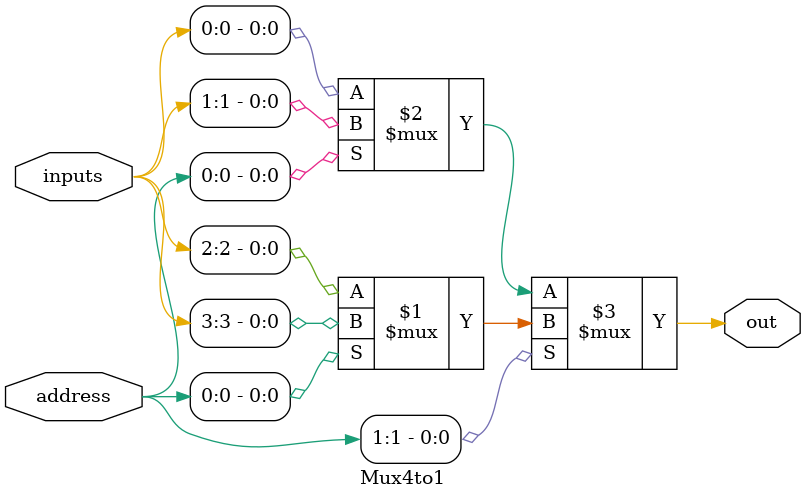
<source format=v>
module Mux4to1
(
    input [3:0] inputs,
    input [1:0] address,
    output out
);

assign out = address[1] ? (address[0] ? (inputs[3]) : (inputs[2])) : (address[0] ? (inputs[1]) : (inputs[0]));
endmodule
</source>
